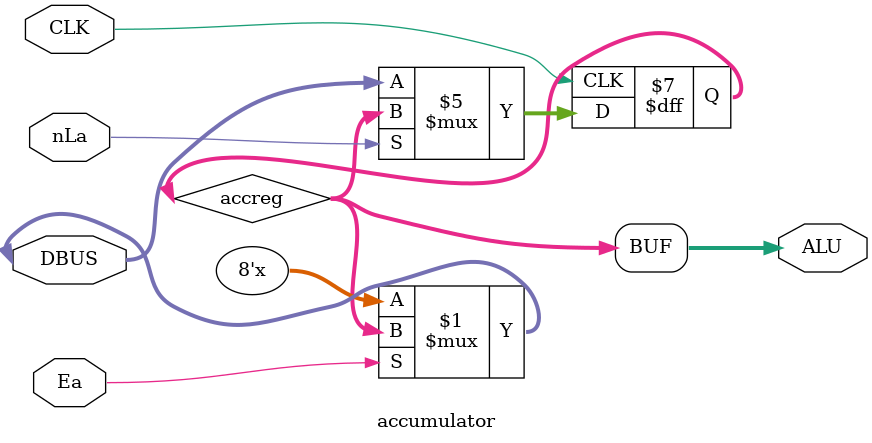
<source format=v>
`timescale 1ns / 1ps
/**
* Accumulator / Register A
*
* CLK    = Clock.
* nLa    = Load Register A (Write). 0 - Write
* Ea     = Write to WBUS.
* in     = From the WBUS
* out    = To the WBUS
* ALU    = Data to ALU
*/
module accumulator(
    input        CLK,
    input        nLa,
    input        Ea,
    inout  [7:0] DBUS,
    output [7:0] ALU
);
  
    reg  [7:0] accreg;
    
    initial
    begin
        accreg <= 8'b0000_0000;
    end
    
    assign DBUS = (Ea) ? accreg : 8'bzzzz_zzzz;
    assign ALU  =  accreg;
    
    always @(posedge CLK)
    begin
        if(!nLa)
        begin
            // Load from DBUS
            //$display("%t ACC - Loading: %b", $realtime, DBUS);
            accreg <= DBUS;
        end
        else if(Ea)
        begin
            //$display("%t ACC - OUTPUTTING: %b", $realtime, accreg);
        end
        /**
        else
        begin
            accreg <= accreg;
        end
        **/
    end
endmodule

</source>
